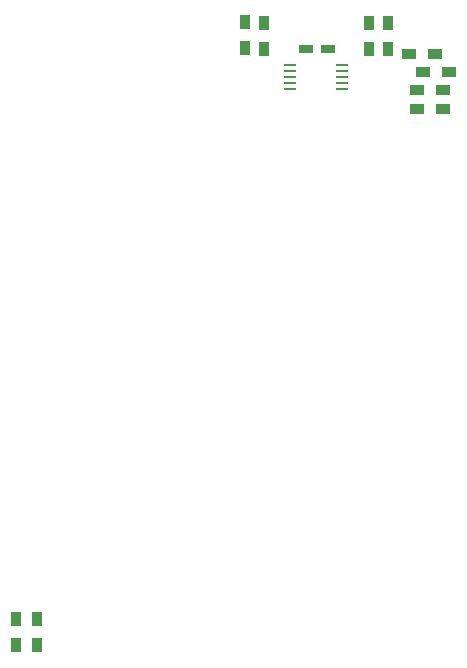
<source format=gbr>
G04 #@! TF.FileFunction,Paste,Top*
%FSLAX46Y46*%
G04 Gerber Fmt 4.6, Leading zero omitted, Abs format (unit mm)*
G04 Created by KiCad (PCBNEW 4.0.6-e0-6349~53~ubuntu16.04.1) date Tue Jul  4 14:56:25 2017*
%MOMM*%
%LPD*%
G01*
G04 APERTURE LIST*
%ADD10C,0.100000*%
%ADD11R,1.200000X0.750000*%
%ADD12R,1.200000X0.900000*%
%ADD13R,0.900000X1.200000*%
%ADD14R,1.050000X0.270000*%
G04 APERTURE END LIST*
D10*
D11*
X87300000Y-33750000D03*
X89200000Y-33750000D03*
D12*
X96750000Y-38850000D03*
X98950000Y-38850000D03*
D13*
X83800000Y-31550000D03*
X83800000Y-33750000D03*
D12*
X96750000Y-37300000D03*
X98950000Y-37300000D03*
D13*
X82110000Y-31540000D03*
X82110000Y-33740000D03*
D12*
X97200000Y-35750000D03*
X99400000Y-35750000D03*
D13*
X94300000Y-31600000D03*
X94300000Y-33800000D03*
D12*
X96000000Y-34200000D03*
X98200000Y-34200000D03*
D13*
X92690000Y-31600000D03*
X92690000Y-33800000D03*
X64500000Y-84250000D03*
X64500000Y-82050000D03*
X62800000Y-84250000D03*
X62800000Y-82050000D03*
D14*
X86000000Y-35150000D03*
X86000000Y-35650000D03*
X86000000Y-36150000D03*
X86000000Y-36650000D03*
X86000000Y-37150000D03*
X90400000Y-37140000D03*
X90400000Y-36650000D03*
X90400000Y-36150000D03*
X90400000Y-35650000D03*
X90400000Y-35150000D03*
M02*

</source>
